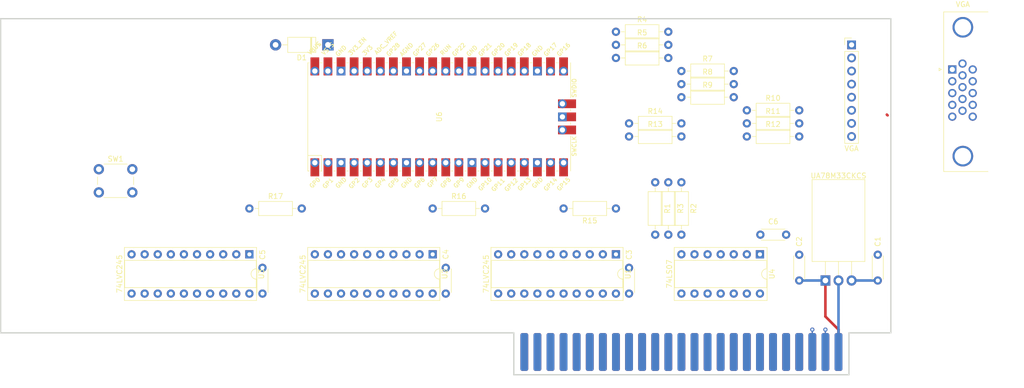
<source format=kicad_pcb>
(kicad_pcb (version 20211014) (generator pcbnew)
  (title_block (title "Apple II VGA Card") (date "2021-12-13") (rev "A") (comment 1 "Licensed under CERN-OHL-P V2.0 (https://ohwr.org/cern_ohl_p_v2.txt)") (comment 2 "Copyright (c) 2021-2022 Mark Aikens"))
  (layers (0 "F.Cu" signal) (31 "B.Cu" signal) (35 "F.Paste" user) (37 "F.SilkS" user "F.Silkscreen") (38 "B.Mask" user) (39 "F.Mask" user) (44 "Edge.Cuts" user))
  (net 0 "")
  (net 1 "+5V")
  (net 2 "GND")
  (net 3 "+3V3")
  (net 4 "~{DMAPASS}")
  (net 5 "~{INTPASS}")
  (net 6 "Net-(R2-Pad2)")
  (net 7 "/DA0")
  (net 8 "/DA1")
  (net 9 "/DA2")
  (net 10 "/DA3")
  (net 11 "/DA4")
  (net 12 "/DA5")
  (net 13 "/DA6")
  (net 14 "/DA7")
  (net 15 "Net-(U3-Pad1)")
  (net 16 "Net-(U6-Pad43)")
  (net 17 "Net-(U6-Pad41)")
  (net 18 "Net-(U6-Pad35)")
  (net 19 "Net-(U6-Pad36)")
  (net 20 "Net-(U6-Pad37)")
  (net 21 "Net-(U6-Pad40)")
  (net 22 "PHI0")
  (net 23 "R~{W}")
  (net 24 "VGA_VSYNC")
  (net 25 "VGA_HSYNC")
  (net 26 "VGA_B")
  (net 27 "VGA_G")
  (net 28 "VGA_R")
  (net 29 "Net-(R4-Pad1)")
  (net 30 "Net-(R5-Pad1)")
  (net 31 "Net-(R6-Pad1)")
  (net 32 "Net-(R7-Pad1)")
  (net 33 "Net-(R8-Pad1)")
  (net 34 "Net-(R9-Pad1)")
  (net 35 "Net-(R10-Pad1)")
  (net 36 "Net-(R11-Pad1)")
  (net 37 "Net-(R12-Pad1)")
  (net 38 "Net-(R13-Pad1)")
  (net 39 "RUN")
  (net 40 "Net-(D1-Pad1)")
  (net 41 "D0")
  (net 42 "D1")
  (net 43 "D2")
  (net 44 "D3")
  (net 45 "D4")
  (net 46 "D5")
  (net 47 "D6")
  (net 48 "D7")
  (net 49 "A15")
  (net 50 "A14")
  (net 51 "A13")
  (net 52 "A12")
  (net 53 "A11")
  (net 54 "A10")
  (net 55 "A9")
  (net 56 "A8")
  (net 57 "A7")
  (net 58 "A6")
  (net 59 "A5")
  (net 60 "A4")
  (net 61 "A3")
  (net 62 "A2")
  (net 63 "A1")
  (net 64 "A0")
  (net 65 "~{DEVSEL}")
  (net 66 "Net-(R14-Pad1)")
  (net 67 "Net-(R1-Pad2)")
  (net 68 "Net-(R3-Pad2)")
  (net 69 "Net-(R15-Pad2)")
  (net 70 "Net-(R16-Pad2)")
  (net 71 "Net-(R17-Pad2)")
  (footprint "AppleVGA:AppleIIBus_Edge" (layer "F.Cu") (at 179.07 123.19)
    (fp_text reference "J1")
    (fp_text value "AppleIIBus")
    (pad "1" smd roundrect locked (at -30.48 -0.1 180) (size 1.524 7.34) (layers "F.Cu" "F.Mask"))
    (pad "2" smd roundrect locked (at -27.94 -0.1 180) (size 1.524 7.34) (layers "F.Cu" "F.Mask") (net 64 "A0"))
    (pad "3" smd roundrect locked (at -25.4 -0.1 180) (size 1.524 7.34) (layers "F.Cu" "F.Mask") (net 63 "A1"))
    (pad "4" smd roundrect locked (at -22.86 -0.1 180) (size 1.524 7.34) (layers "F.Cu" "F.Mask") (net 62 "A2"))
    (pad "5" smd roundrect locked (at -20.32 -0.1 180) (size 1.524 7.34) (layers "F.Cu" "F.Mask") (net 61 "A3"))
    (pad "6" smd roundrect locked (at -17.78 -0.1 180) (size 1.524 7.34) (layers "F.Cu" "F.Mask") (net 60 "A4"))
    (pad "7" smd roundrect locked (at -15.24 -0.1 180) (size 1.524 7.34) (layers "F.Cu" "F.Mask") (net 59 "A5"))
    (pad "8" smd roundrect locked (at -12.7 -0.1 180) (size 1.524 7.34) (layers "F.Cu" "F.Mask") (net 58 "A6"))
    (pad "9" smd roundrect locked (at -10.16 -0.1 180) (size 1.524 7.34) (layers "F.Cu" "F.Mask") (net 57 "A7"))
    (pad "10" smd roundrect locked (at -7.62 -0.1 180) (size 1.524 7.34) (layers "F.Cu" "F.Mask") (net 56 "A8"))
    (pad "11" smd roundrect locked (at -5.08 -0.1 180) (size 1.524 7.34) (layers "F.Cu" "F.Mask") (net 55 "A9"))
    (pad "12" smd roundrect locked (at -2.54 -0.1 180) (size 1.524 7.34) (layers "F.Cu" "F.Mask") (net 54 "A10"))
    (pad "13" smd roundrect locked (at 0 -0.1 180) (size 1.524 7.34) (layers "F.Cu" "F.Mask") (net 53 "A11"))
    (pad "14" smd roundrect locked (at 2.54 -0.1 180) (size 1.524 7.34) (layers "F.Cu" "F.Mask") (net 52 "A12"))
    (pad "15" smd roundrect locked (at 5.08 -0.1 180) (size 1.524 7.34) (layers "F.Cu" "F.Mask") (net 51 "A13"))
    (pad "16" smd roundrect locked (at 7.62 -0.1 180) (size 1.524 7.34) (layers "F.Cu" "F.Mask") (net 50 "A14"))
    (pad "17" smd roundrect locked (at 10.16 -0.1 180) (size 1.524 7.34) (layers "F.Cu" "F.Mask") (net 49 "A15"))
    (pad "18" smd roundrect locked (at 12.7 -0.1 180) (size 1.524 7.34) (layers "F.Cu" "F.Mask") (net 23 "R~{W}"))
    (pad "19" smd roundrect locked (at 15.24 -0.1 180) (size 1.524 7.34) (layers "F.Cu" "F.Mask"))
    (pad "20" smd roundrect locked (at 17.78 -0.1 180) (size 1.524 7.34) (layers "F.Cu" "F.Mask"))
    (pad "21" smd roundrect locked (at 20.32 -0.1 180) (size 1.524 7.34) (layers "F.Cu" "F.Mask"))
    (pad "22" smd roundrect locked (at 22.86 -0.1 180) (size 1.524 7.34) (layers "F.Cu" "F.Mask"))
    (pad "23" smd roundrect locked (at 25.4 -0.1 180) (size 1.524 7.34) (layers "F.Cu" "F.Mask") (net 5 "~{INTPASS}"))
    (pad "24" smd roundrect locked (at 27.94 -0.1 180) (size 1.524 7.34) (layers "F.Cu" "F.Mask") (net 4 "~{DMAPASS}"))
    (pad "25" smd roundrect locked (at 30.48 -0.1 180) (size 1.524 7.34) (layers "F.Cu" "F.Mask") (net 1 "+5V"))
    (pad "26" smd roundrect locked (at 30.48 -0.1 180) (size 1.524 7.34) (layers "B.Cu" "B.Mask") (net 2 "GND"))
    (pad "27" smd roundrect locked (at 27.94 -0.1 180) (size 1.524 7.34) (layers "B.Cu" "B.Mask") (net 4 "~{DMAPASS}"))
    (pad "28" smd roundrect locked (at 25.4 -0.1 180) (size 1.524 7.34) (layers "B.Cu" "B.Mask") (net 5 "~{INTPASS}"))
    (pad "29" smd roundrect locked (at 22.86 -0.1 180) (size 1.524 7.34) (layers "B.Cu" "B.Mask"))
    (pad "30" smd roundrect locked (at 20.32 -0.1 180) (size 1.524 7.34) (layers "B.Cu" "B.Mask"))
    (pad "31" smd roundrect locked (at 17.78 -0.1 180) (size 1.524 7.34) (layers "B.Cu" "B.Mask"))
    (pad "32" smd roundrect locked (at 15.24 -0.1 180) (size 1.524 7.34) (layers "B.Cu" "B.Mask"))
    (pad "33" smd roundrect locked (at 12.7 -0.1 180) (size 1.524 7.34) (layers "B.Cu" "B.Mask"))
    (pad "34" smd roundrect locked (at 10.16 -0.1 180) (size 1.524 7.34) (layers "B.Cu" "B.Mask"))
    (pad "35" smd roundrect locked (at 7.62 -0.1 180) (size 1.524 7.34) (layers "B.Cu" "B.Mask"))
    (pad "36" smd roundrect locked (at 5.08 -0.1 180) (size 1.524 7.34) (layers "B.Cu" "B.Mask"))
    (pad "37" smd roundrect locked (at 2.54 -0.1 180) (size 1.524 7.34) (layers "B.Cu" "B.Mask"))
    (pad "38" smd roundrect locked (at 0 -0.1 180) (size 1.524 7.34) (layers "B.Cu" "B.Mask"))
    (pad "39" smd roundrect locked (at -2.54 -0.1 180) (size 1.524 7.34) (layers "B.Cu" "B.Mask"))
    (pad "40" smd roundrect locked (at -5.08 -0.1 180) (size 1.524 7.34) (layers "B.Cu" "B.Mask") (net 22 "PHI0"))
    (pad "41" smd roundrect locked (at -7.62 -0.1 180) (size 1.524 7.34) (layers "B.Cu" "B.Mask") (net 65 "~{DEVSEL}"))
    (pad "42" smd roundrect locked (at -10.16 -0.1 180) (size 1.524 7.34) (layers "B.Cu" "B.Mask") (net 48 "D7"))
    (pad "43" smd roundrect locked (at -12.7 -0.1 180) (size 1.524 7.34) (layers "B.Cu" "B.Mask") (net 47 "D6"))
    (pad "44" smd roundrect locked (at -15.24 -0.1 180) (size 1.524 7.34) (layers "B.Cu" "B.Mask") (net 46 "D5"))
    (pad "45" smd roundrect locked (at -17.78 -0.1 180) (size 1.524 7.34) (layers "B.Cu" "B.Mask") (net 45 "D4"))
    (pad "46" smd roundrect locked (at -20.32 -0.1 180) (size 1.524 7.34) (layers "B.Cu" "B.Mask") (net 44 "D3"))
    (pad "47" smd roundrect locked (at -22.86 -0.1 180) (size 1.524 7.34) (layers "B.Cu" "B.Mask") (net 43 "D2"))
    (pad "48" smd roundrect locked (at -25.4 -0.1 180) (size 1.524 7.34) (layers "B.Cu" "B.Mask") (net 42 "D1"))
    (pad "49" smd roundrect locked (at -27.94 -0.1 180) (size 1.524 7.34) (layers "B.Cu" "B.Mask") (net 41 "D0"))
    (pad "50" smd roundrect locked (at -30.48 -0.1 180) (size 1.524 7.34) (layers "B.Cu" "B.Mask"))
  )
  (footprint "Resistor_THT:R_Axial_DIN0207_L6.3mm_D2.5mm_P10.16mm_Horizontal" (layer "F.Cu") (at 179.07 90.17 -90)
    (fp_text reference "R2" (at 5.08 -2.37 90) (layer "F.SilkS"))
    (fp_text value "330")
    (pad "1" thru_hole circle locked (at 0 0 270) (size 1.6 1.6) (drill 0.8) (layers *.Cu *.Mask) (net 3 "+3V3"))
    (pad "2" thru_hole oval locked (at 10.16 0 270) (size 1.6 1.6) (drill 0.8) (layers *.Cu *.Mask) (net 6 "Net-(R2-Pad2)"))
  )
  (footprint "Resistor_THT:R_Axial_DIN0207_L6.3mm_D2.5mm_P10.16mm_Horizontal" (layer "F.Cu") (at 173.99 90.17 -90)
    (fp_text reference "R1" (at 5.08 -2.37 90) (layer "F.SilkS"))
    (fp_text value "330")
    (pad "1" thru_hole circle locked (at 0 0 270) (size 1.6 1.6) (drill 0.8) (layers *.Cu *.Mask) (net 3 "+3V3"))
    (pad "2" thru_hole oval locked (at 10.16 0 270) (size 1.6 1.6) (drill 0.8) (layers *.Cu *.Mask) (net 67 "Net-(R1-Pad2)"))
  )
  (footprint "Resistor_THT:R_Axial_DIN0207_L6.3mm_D2.5mm_P10.16mm_Horizontal" (layer "F.Cu") (at 166.37 66.04)
    (fp_text reference "R6" (at 5.08 -2.37) (layer "F.SilkS"))
    (fp_text value "2K")
    (pad "1" thru_hole circle locked (at 0 0) (size 1.6 1.6) (drill 0.8) (layers *.Cu *.Mask) (net 31 "Net-(R6-Pad1)"))
    (pad "2" thru_hole oval locked (at 10.16 0) (size 1.6 1.6) (drill 0.8) (layers *.Cu *.Mask) (net 28 "VGA_R"))
  )
  (footprint "Resistor_THT:R_Axial_DIN0207_L6.3mm_D2.5mm_P10.16mm_Horizontal" (layer "F.Cu") (at 179.07 68.58)
    (fp_text reference "R7" (at 5.08 -2.37) (layer "F.SilkS"))
    (fp_text value "500")
    (pad "1" thru_hole circle locked (at 0 0) (size 1.6 1.6) (drill 0.8) (layers *.Cu *.Mask) (net 32 "Net-(R7-Pad1)"))
    (pad "2" thru_hole oval locked (at 10.16 0) (size 1.6 1.6) (drill 0.8) (layers *.Cu *.Mask) (net 27 "VGA_G"))
  )
  (footprint "Resistor_THT:R_Axial_DIN0207_L6.3mm_D2.5mm_P10.16mm_Horizontal" (layer "F.Cu") (at 168.91 78.74)
    (fp_text reference "R14" (at 5.08 -2.37) (layer "F.SilkS"))
    (fp_text value "47")
    (pad "1" thru_hole circle locked (at 0 0) (size 1.6 1.6) (drill 0.8) (layers *.Cu *.Mask) (net 66 "Net-(R14-Pad1)"))
    (pad "2" thru_hole oval locked (at 10.16 0) (size 1.6 1.6) (drill 0.8) (layers *.Cu *.Mask) (net 24 "VGA_VSYNC"))
  )
  (footprint "Resistor_THT:R_Axial_DIN0207_L6.3mm_D2.5mm_P10.16mm_Horizontal" (layer "F.Cu") (at 168.91 81.28)
    (fp_text reference "R13" (at 5.08 -2.37) (layer "F.SilkS"))
    (fp_text value "47")
    (pad "1" thru_hole circle locked (at 0 0) (size 1.6 1.6) (drill 0.8) (layers *.Cu *.Mask) (net 38 "Net-(R13-Pad1)"))
    (pad "2" thru_hole oval locked (at 10.16 0) (size 1.6 1.6) (drill 0.8) (layers *.Cu *.Mask) (net 25 "VGA_HSYNC"))
  )
  (footprint "Capacitor_THT:C_Disc_D4.3mm_W1.9mm_P5.00mm" (layer "F.Cu") (at 201.93 104.22 -90)
    (fp_text reference "C2" (at -2.54 0 90) (layer "F.SilkS"))
    (fp_text value "0.33uF")
    (pad "1" thru_hole circle locked (at 0 0 270) (size 1.6 1.6) (drill 0.8) (layers *.Cu *.Mask) (net 2 "GND"))
    (pad "2" thru_hole circle locked (at 5 0 270) (size 1.6 1.6) (drill 0.8) (layers *.Cu *.Mask) (net 1 "+5V"))
  )
  (footprint "Capacitor_THT:C_Disc_D4.3mm_W1.9mm_P5.00mm" (layer "F.Cu") (at 199.39 100.33 180)
    (fp_text reference "C6" (at 2.5 2.54) (layer "F.SilkS"))
    (fp_text value "0.1uF")
    (pad "1" thru_hole circle locked (at 0 0 180) (size 1.6 1.6) (drill 0.8) (layers *.Cu *.Mask) (net 1 "+5V"))
    (pad "2" thru_hole circle locked (at 5 0 180) (size 1.6 1.6) (drill 0.8) (layers *.Cu *.Mask) (net 2 "GND"))
  )
  (footprint "Resistor_THT:R_Axial_DIN0207_L6.3mm_D2.5mm_P10.16mm_Horizontal" (layer "F.Cu") (at 191.77 78.74)
    (fp_text reference "R11" (at 5.08 -2.37) (layer "F.SilkS"))
    (fp_text value "1K")
    (pad "1" thru_hole circle locked (at 0 0) (size 1.6 1.6) (drill 0.8) (layers *.Cu *.Mask) (net 36 "Net-(R11-Pad1)"))
    (pad "2" thru_hole oval locked (at 10.16 0) (size 1.6 1.6) (drill 0.8) (layers *.Cu *.Mask) (net 26 "VGA_B"))
  )
  (footprint "Resistor_THT:R_Axial_DIN0207_L6.3mm_D2.5mm_P10.16mm_Horizontal" (layer "F.Cu") (at 191.77 81.28)
    (fp_text reference "R12" (at 5.08 -2.37) (layer "F.SilkS"))
    (fp_text value "2K")
    (pad "1" thru_hole circle locked (at 0 0) (size 1.6 1.6) (drill 0.8) (layers *.Cu *.Mask) (net 37 "Net-(R12-Pad1)"))
    (pad "2" thru_hole oval locked (at 10.16 0) (size 1.6 1.6) (drill 0.8) (layers *.Cu *.Mask) (net 26 "VGA_B"))
  )
  (footprint "Resistor_THT:R_Axial_DIN0207_L6.3mm_D2.5mm_P10.16mm_Horizontal" (layer "F.Cu") (at 191.77 76.2)
    (fp_text reference "R10" (at 5.08 -2.37) (layer "F.SilkS"))
    (fp_text value "500")
    (pad "1" thru_hole circle locked (at 0 0) (size 1.6 1.6) (drill 0.8) (layers *.Cu *.Mask) (net 35 "Net-(R10-Pad1)"))
    (pad "2" thru_hole oval locked (at 10.16 0) (size 1.6 1.6) (drill 0.8) (layers *.Cu *.Mask) (net 26 "VGA_B"))
  )
  (footprint "Resistor_THT:R_Axial_DIN0207_L6.3mm_D2.5mm_P10.16mm_Horizontal" (layer "F.Cu") (at 179.07 71.12)
    (fp_text reference "R8" (at 5.08 -2.37) (layer "F.SilkS"))
    (fp_text value "1K")
    (pad "1" thru_hole circle locked (at 0 0) (size 1.6 1.6) (drill 0.8) (layers *.Cu *.Mask) (net 33 "Net-(R8-Pad1)"))
    (pad "2" thru_hole oval locked (at 10.16 0) (size 1.6 1.6) (drill 0.8) (layers *.Cu *.Mask) (net 27 "VGA_G"))
  )
  (footprint "Resistor_THT:R_Axial_DIN0207_L6.3mm_D2.5mm_P10.16mm_Horizontal" (layer "F.Cu") (at 179.07 73.66)
    (fp_text reference "R9" (at 5.08 -2.37) (layer "F.SilkS"))
    (fp_text value "2K")
    (pad "1" thru_hole circle locked (at 0 0) (size 1.6 1.6) (drill 0.8) (layers *.Cu *.Mask) (net 34 "Net-(R9-Pad1)"))
    (pad "2" thru_hole oval locked (at 10.16 0) (size 1.6 1.6) (drill 0.8) (layers *.Cu *.Mask) (net 27 "VGA_G"))
  )
  (footprint "MCU_RaspberryPi_and_Boards:RPi_Pico_SMD_TH" (layer "F.Cu") (at 132.08 77.47 90)
    (fp_text reference "U6" (at 0 0 90) (layer "F.SilkS"))
    (fp_text value "Pico")
    (fp_text user "3V3_EN" (at 13.7 -15.875 225) (layer "F.SilkS") (effects (font (size 0.8 0.8))))
    (fp_text user "GP1" (at -12.9 -21.6 225) (layer "F.SilkS") (effects (font (size 0.8 0.8))))
    (fp_text user "GP12" (at -13.2 13.97 225) (layer "F.SilkS") (effects (font (size 0.8 0.8))))
    (fp_text user "GP16" (at 13.054 24.13 225) (layer "F.SilkS") (effects (font (size 0.8 0.8))))
    (fp_text user "GP21" (at 13.054 8.9 225) (layer "F.SilkS") (effects (font (size 0.8 0.8))))
    (fp_text user "GP18" (at 13.054 16.51 225) (layer "F.SilkS") (effects (font (size 0.8 0.8))))
    (fp_text user "GP22" (at 13.054 3.81 225) (layer "F.SilkS") (effects (font (size 0.8 0.8))))
    (fp_text user "GP14" (at -13.1 21.59 225) (layer "F.SilkS") (effects (font (size 0.8 0.8))))
    (fp_text user "GND" (at 12.8 19.05 225) (layer "F.SilkS") (effects (font (size 0.8 0.8))))
    (fp_text user "GND" (at -12.8 -6.35 225) (layer "F.SilkS") (effects (font (size 0.8 0.8))))
    (fp_text user "GP26" (at 13.054 -1.27 225) (layer "F.SilkS") (effects (font (size 0.8 0.8))))
    (fp_text user "GP7" (at -12.7 -1.3 225) (layer "F.SilkS") (effects (font (size 0.8 0.8))))
    (fp_text user "GND" (at 12.8 6.35 225) (layer "F.SilkS") (effects (font (size 0.8 0.8))))
    (fp_text user "GP3" (at -12.8 -13.97 225) (layer "F.SilkS") (effects (font (size 0.8 0.8))))
    (fp_text user "GP11" (at -13.2 11.43 225) (layer "F.SilkS") (effects (font (size 0.8 0.8))))
    (fp_text user "GP17" (at 13.054 21.59 225) (layer "F.SilkS") (effects (font (size 0.8 0.8))))
    (fp_text user "GND" (at -12.8 19.05 225) (layer "F.SilkS") (effects (font (size 0.8 0.8))))
    (fp_text user "GP19" (at 13.054 13.97 225) (layer "F.SilkS") (effects (font (size 0.8 0.8))))
    (fp_text user "GP13" (at -13.054 16.51 225) (layer "F.SilkS") (effects (font (size 0.8 0.8))))
    (fp_text user "GND" (at -12.8 6.35 225) (layer "F.SilkS") (effects (font (size 0.8 0.8))))
    (fp_text user "GP20" (at 13.054 11.43 225) (layer "F.SilkS") (effects (font (size 0.8 0.8))))
    (fp_text user "GP27" (at 13.054 -3.8 225) (layer "F.SilkS") (effects (font (size 0.8 0.8))))
    (fp_text user "GP10" (at -13.054 8.89 225) (layer "F.SilkS") (effects (font (size 0.8 0.8))))
    (fp_text user "GP0" (at -12.8 -24.13 225) (layer "F.SilkS") (effects (font (size 0.8 0.8))))
    (fp_text user "GP9" (at -12.8 3.81 225) (layer "F.SilkS") (effects (font (size 0.8 0.8))))
    (fp_text user "VSYS" (at 13.2 -21.59 225) (layer "F.SilkS") (effects (font (size 0.8 0.8))))
    (fp_text user "GP28" (at 13.054 -8.94 225) (layer "F.SilkS") (effects (font (size 0.8 0.8))))
    (fp_text user "AGND" (at 13.054 -6.35 225) (layer "F.SilkS") (effects (font (size 0.8 0.8))))
    (fp_text user "GND" (at -12.8 -19.05 225) (layer "F.SilkS") (effects (font (size 0.8 0.8))))
    (fp_text user "GP15" (at -13.054 24.13 225) (layer "F.SilkS") (effects (font (size 0.8 0.8))))
    (fp_text user "GP5" (at -12.8 -8.89 225) (layer "F.SilkS") (effects (font (size 0.8 0.8))))
    (fp_text user "RUN" (at 13 1.27 225) (layer "F.SilkS") (effects (font (size 0.8 0.8))))
    (fp_text user "VBUS" (at 13.3 -24.2 225) (layer "F.SilkS") (effects (font (size 0.8 0.8))))
    (fp_text user "GP8" (at -12.8 1.27 225) (layer "F.SilkS") (effects (font (size 0.8 0.8))))
    (fp_text user "GP4" (at -12.8 -11.43 225) (layer "F.SilkS") (effects (font (size 0.8 0.8))))
    (fp_text user "GND" (at 12.8 -19.05 225) (layer "F.SilkS") (effects (font (size 0.8 0.8))))
    (fp_text user "GP2" (at -12.9 -16.51 225) (layer "F.SilkS") (effects (font (size 0.8 0.8))))
    (fp_text user "3V3" (at 12.9 -13.9 225) (layer "F.SilkS") (effects (font (size 0.8 0.8))))
    (fp_text user "SWDIO" (at 5.6 26.2 90) (layer "F.SilkS") (effects (font (size 0.8 0.8))))
    (fp_text user "GP6" (at -12.8 -3.81 225) (layer "F.SilkS") (effects (font (size 0.8 0.8))))
    (fp_text user "SWCLK" (at -5.7 26.2 90) (layer "F.SilkS") (effects (font (size 0.8 0.8))))
    (fp_text user "ADC_VREF" (at 14.33 -10.32 225) (layer "F.SilkS") (effects (font (size 0.8 0.8))))
    (pad "" np_thru_hole oval locked (at 2.725 -24 90) (size 1.8 1.8) (drill 1.8) (layers *.Cu *.Mask))
    (pad "" np_thru_hole oval locked (at -2.425 -20.97 90) (size 1.5 1.5) (drill 1.5) (layers *.Cu *.Mask))
    (pad "" np_thru_hole oval locked (at -2.725 -24 90) (size 1.8 1.8) (drill 1.8) (layers *.Cu *.Mask))
    (pad "" np_thru_hole oval locked (at 2.425 -20.97 90) (size 1.5 1.5) (drill 1.5) (layers *.Cu *.Mask))
    (pad "1" smd rect locked (at -8.89 -24.13 90) (size 3.5 1.7) (drill (offset -0.9 0)) (layers "F.Cu" "F.Mask") (net 7 "/DA0"))
    (pad "1" thru_hole oval locked (at -8.89 -24.13 90) (size 1.7 1.7) (drill 1.02) (layers *.Cu *.Mask) (net 7 "/DA0"))
    (pad "2" smd rect locked (at -8.89 -21.59 90) (size 3.5 1.7) (drill (offset -0.9 0)) (layers "F.Cu" "F.Mask") (net 8 "/DA1"))
    (pad "2" thru_hole oval locked (at -8.89 -21.59 90) (size 1.7 1.7) (drill 1.02) (layers *.Cu *.Mask) (net 8 "/DA1"))
    (pad "3" smd rect locked (at -8.89 -19.05 90) (size 3.5 1.7) (drill (offset -0.9 0)) (layers "F.Cu" "F.Mask") (net 2 "GND"))
    (pad "3" thru_hole rect locked (at -8.89 -19.05 90) (size 1.7 1.7) (drill 1.02) (layers *.Cu *.Mask) (net 2 "GND"))
    (pad "4" smd rect locked (at -8.89 -16.51 90) (size 3.5 1.7) (drill (offset -0.9 0)) (layers "F.Cu" "F.Mask") (net 9 "/DA2"))
    (pad "4" thru_hole oval locked (at -8.89 -16.51 90) (size 1.7 1.7) (drill 1.02) (layers *.Cu *.Mask) (net 9 "/DA2"))
    (pad "5" smd rect locked (at -8.89 -13.97 90) (size 3.5 1.7) (drill (offset -0.9 0)) (layers "F.Cu" "F.Mask") (net 10 "/DA3"))
    (pad "5" thru_hole oval locked (at -8.89 -13.97 90) (size 1.7 1.7) (drill 1.02) (layers *.Cu *.Mask) (net 10 "/DA3"))
    (pad "6" thru_hole oval locked (at -8.89 -11.43 90) (size 1.7 1.7) (drill 1.02) (layers *.Cu *.Mask) (net 11 "/DA4"))
    (pad "6" smd rect locked (at -8.89 -11.43 90) (size 3.5 1.7) (drill (offset -0.9 0)) (layers "F.Cu" "F.Mask") (net 11 "/DA4"))
    (pad "7" smd rect locked (at -8.89 -8.89 90) (size 3.5 1.7) (drill (offset -0.9 0)) (layers "F.Cu" "F.Mask") (net 12 "/DA5"))
    (pad "7" thru_hole oval locked (at -8.89 -8.89 90) (size 1.7 1.7) (drill 1.02) (layers *.Cu *.Mask) (net 12 "/DA5"))
    (pad "8" thru_hole rect locked (at -8.89 -6.35 90) (size 1.7 1.7) (drill 1.02) (layers *.Cu *.Mask) (net 2 "GND"))
    (pad "8" smd rect locked (at -8.89 -6.35 90) (size 3.5 1.7) (drill (offset -0.9 0)) (layers "F.Cu" "F.Mask") (net 2 "GND"))
    (pad "9" smd rect locked (at -8.89 -3.81 90) (size 3.5 1.7) (drill (offset -0.9 0)) (layers "F.Cu" "F.Mask") (net 13 "/DA6"))
    (pad "9" thru_hole oval locked (at -8.89 -3.81 90) (size 1.7 1.7) (drill 1.02) (layers *.Cu *.Mask) (net 13 "/DA6"))
    (pad "10" thru_hole oval locked (at -8.89 -1.27 90) (size 1.7 1.7) (drill 1.02) (layers *.Cu *.Mask) (net 14 "/DA7"))
    (pad "10" smd rect locked (at -8.89 -1.27 90) (size 3.5 1.7) (drill (offset -0.9 0)) (layers "F.Cu" "F.Mask") (net 14 "/DA7"))
    (pad "11" thru_hole oval locked (at -8.89 1.27 90) (size 1.7 1.7) (drill 1.02) (layers *.Cu *.Mask) (net 67 "Net-(R1-Pad2)"))
    (pad "11" smd rect locked (at -8.89 1.27 90) (size 3.5 1.7) (drill (offset -0.9 0)) (layers "F.Cu" "F.Mask") (net 67 "Net-(R1-Pad2)"))
    (pad "12" smd rect locked (at -8.89 3.81 90) (size 3.5 1.7) (drill (offset -0.9 0)) (layers "F.Cu" "F.Mask") (net 6 "Net-(R2-Pad2)"))
    (pad "12" thru_hole oval locked (at -8.89 3.81 90) (size 1.7 1.7) (drill 1.02) (layers *.Cu *.Mask) (net 6 "Net-(R2-Pad2)"))
    (pad "13" thru_hole rect locked (at -8.89 6.35 90) (size 1.7 1.7) (drill 1.02) (layers *.Cu *.Mask) (net 2 "GND"))
    (pad "13" smd rect locked (at -8.89 6.35 90) (size 3.5 1.7) (drill (offset -0.9 0)) (layers "F.Cu" "F.Mask") (net 2 "GND"))
    (pad "14" thru_hole oval locked (at -8.89 8.89 90) (size 1.7 1.7) (drill 1.02) (layers *.Cu *.Mask) (net 15 "Net-(U3-Pad1)"))
    (pad "14" smd rect locked (at -8.89 8.89 90) (size 3.5 1.7) (drill (offset -0.9 0)) (layers "F.Cu" "F.Mask") (net 15 "Net-(U3-Pad1)"))
    (pad "15" smd rect locked (at -8.89 11.43 90) (size 3.5 1.7) (drill (offset -0.9 0)) (layers "F.Cu" "F.Mask") (net 71 "Net-(R17-Pad2)"))
    (pad "15" thru_hole oval locked (at -8.89 11.43 90) (size 1.7 1.7) (drill 1.02) (layers *.Cu *.Mask) (net 71 "Net-(R17-Pad2)"))
    (pad "16" smd rect locked (at -8.89 13.97 90) (size 3.5 1.7) (drill (offset -0.9 0)) (layers "F.Cu" "F.Mask") (net 70 "Net-(R16-Pad2)"))
    (pad "16" thru_hole oval locked (at -8.89 13.97 90) (size 1.7 1.7) (drill 1.02) (layers *.Cu *.Mask) (net 70 "Net-(R16-Pad2)"))
    (pad "17" thru_hole oval locked (at -8.89 16.51 90) (size 1.7 1.7) (drill 1.02) (layers *.Cu *.Mask) (net 69 "Net-(R15-Pad2)"))
    (pad "17" smd rect locked (at -8.89 16.51 90) (size 3.5 1.7) (drill (offset -0.9 0)) (layers "F.Cu" "F.Mask") (net 69 "Net-(R15-Pad2)"))
    (pad "18" smd rect locked (at -8.89 19.05 90) (size 3.5 1.7) (drill (offset -0.9 0)) (layers "F.Cu" "F.Mask") (net 2 "GND"))
    (pad "18" thru_hole rect locked (at -8.89 19.05 90) (size 1.7 1.7) (drill 1.02) (layers *.Cu *.Mask) (net 2 "GND"))
    (pad "19" smd rect locked (at -8.89 21.59 90) (size 3.5 1.7) (drill (offset -0.9 0)) (layers "F.Cu" "F.Mask") (net 37 "Net-(R12-Pad1)"))
    (pad "19" thru_hole oval locked (at -8.89 21.59 90) (size 1.7 1.7) (drill 1.02) (layers *.Cu *.Mask) (net 37 "Net-(R12-Pad1)"))
    (pad "20" thru_hole oval locked (at -8.89 24.13 90) (size 1.7 1.7) (drill 1.02) (layers *.Cu *.Mask) (net 36 "Net-(R11-Pad1)"))
    (pad "20" smd rect locked (at -8.89 24.13 90) (size 3.5 1.7) (drill (offset -0.9 0)) (layers "F.Cu" "F.Mask") (net 36 "Net-(R11-Pad1)"))
    (pad "21" smd rect locked (at 8.89 24.13 90) (size 3.5 1.7) (drill (offset 0.9 0)) (layers "F.Cu" "F.Mask") (net 35 "Net-(R10-Pad1)"))
    (pad "21" thru_hole oval locked (at 8.89 24.13 90) (size 1.7 1.7) (drill 1.02) (layers *.Cu *.Mask) (net 35 "Net-(R10-Pad1)"))
    (pad "22" thru_hole oval locked (at 8.89 21.59 90) (size 1.7 1.7) (drill 1.02) (layers *.Cu *.Mask) (net 34 "Net-(R9-Pad1)"))
    (pad "22" smd rect locked (at 8.89 21.59 90) (size 3.5 1.7) (drill (offset 0.9 0)) (layers "F.Cu" "F.Mask") (net 34 "Net-(R9-Pad1)"))
    (pad "23" thru_hole rect locked (at 8.89 19.05 90) (size 1.7 1.7) (drill 1.02) (layers *.Cu *.Mask) (net 2 "GND"))
    (pad "23" smd rect locked (at 8.89 19.05 90) (size 3.5 1.7) (drill (offset 0.9 0)) (layers "F.Cu" "F.Mask") (net 2 "GND"))
    (pad "24" thru_hole oval locked (at 8.89 16.51 90) (size 1.7 1.7) (drill 1.02) (layers *.Cu *.Mask) (net 33 "Net-(R8-Pad1)"))
    (pad "24" smd rect locked (at 8.89 16.51 90) (size 3.5 1.7) (drill (offset 0.9 0)) (layers "F.Cu" "F.Mask") (net 33 "Net-(R8-Pad1)"))
    (pad "25" thru_hole oval locked (at 8.89 13.97 90) (size 1.7 1.7) (drill 1.02) (layers *.Cu *.Mask) (net 32 "Net-(R7-Pad1)"))
    (pad "25" smd rect locked (at 8.89 13.97 90) (size 3.5 1.7) (drill (offset 0.9 0)) (layers "F.Cu" "F.Mask") (net 32 "Net-(R7-Pad1)"))
    (pad "26" thru_hole oval locked (at 8.89 11.43 90) (size 1.7 1.7) (drill 1.02) (layers *.Cu *.Mask) (net 31 "Net-(R6-Pad1)"))
    (pad "26" smd rect locked (at 8.89 11.43 90) (size 3.5 1.7) (drill (offset 0.9 0)) (layers "F.Cu" "F.Mask") (net 31 "Net-(R6-Pad1)"))
    (pad "27" thru_hole oval locked (at 8.89 8.89 90) (size 1.7 1.7) (drill 1.02) (layers *.Cu *.Mask) (net 30 "Net-(R5-Pad1)"))
    (pad "27" smd rect locked (at 8.89 8.89 90) (size 3.5 1.7) (drill (offset 0.9 0)) (layers "F.Cu" "F.Mask") (net 30 "Net-(R5-Pad1)"))
    (pad "28" smd rect locked (at 8.89 6.35 90) (size 3.5 1.7) (drill (offset 0.9 0)) (layers "F.Cu" "F.Mask") (net 2 "GND"))
    (pad "28" thru_hole rect locked (at 8.89 6.35 90) (size 1.7 1.7) (drill 1.02) (layers *.Cu *.Mask) (net 2 "GND"))
    (pad "29" smd rect locked (at 8.89 3.81 90) (size 3.5 1.7) (drill (offset 0.9 0)) (layers "F.Cu" "F.Mask") (net 29 "Net-(R4-Pad1)"))
    (pad "29" thru_hole oval locked (at 8.89 3.81 90) (size 1.7 1.7) (drill 1.02) (layers *.Cu *.Mask) (net 29 "Net-(R4-Pad1)"))
    (pad "30" smd rect locked (at 8.89 1.27 90) (size 3.5 1.7) (drill (offset 0.9 0)) (layers "F.Cu" "F.Mask") (net 39 "RUN"))
    (pad "30" thru_hole oval locked (at 8.89 1.27 90) (size 1.7 1.7) (drill 1.02) (layers *.Cu *.Mask) (net 39 "RUN"))
    (pad "31" smd rect locked (at 8.89 -1.27 90) (size 3.5 1.7) (drill (offset 0.9 0)) (layers "F.Cu" "F.Mask") (net 68 "Net-(R3-Pad2)"))
    (pad "31" thru_hole oval locked (at 8.89 -1.27 90) (size 1.7 1.7) (drill 1.02) (layers *.Cu *.Mask) (net 68 "Net-(R3-Pad2)"))
    (pad "32" smd rect locked (at 8.89 -3.81 90) (size 3.5 1.7) (drill (offset 0.9 0)) (layers "F.Cu" "F.Mask") (net 66 "Net-(R14-Pad1)"))
    (pad "32" thru_hole oval locked (at 8.89 -3.81 90) (size 1.7 1.7) (drill 1.02) (layers *.Cu *.Mask) (net 66 "Net-(R14-Pad1)"))
    (pad "33" smd rect locked (at 8.89 -6.35 90) (size 3.5 1.7) (drill (offset 0.9 0)) (layers "F.Cu" "F.Mask") (net 2 "GND"))
    (pad "33" thru_hole rect locked (at 8.89 -6.35 90) (size 1.7 1.7) (drill 1.02) (layers *.Cu *.Mask) (net 2 "GND"))
    (pad "34" smd rect locked (at 8.89 -8.89 90) (size 3.5 1.7) (drill (offset 0.9 0)) (layers "F.Cu" "F.Mask") (net 38 "Net-(R13-Pad1)"))
    (pad "34" thru_hole oval locked (at 8.89 -8.89 90) (size 1.7 1.7) (drill 1.02) (layers *.Cu *.Mask) (net 38 "Net-(R13-Pad1)"))
    (pad "35" thru_hole oval locked (at 8.89 -11.43 90) (size 1.7 1.7) (drill 1.02) (layers *.Cu *.Mask) (net 18 "Net-(U6-Pad35)"))
    (pad "35" smd rect locked (at 8.89 -11.43 90) (size 3.5 1.7) (drill (offset 0.9 0)) (layers "F.Cu" "F.Mask") (net 18 "Net-(U6-Pad35)"))
    (pad "36" thru_hole oval locked (at 8.89 -13.97 90) (size 1.7 1.7) (drill 1.02) (layers *.Cu *.Mask) (net 19 "Net-(U6-Pad36)"))
    (pad "36" smd rect locked (at 8.89 -13.97 90) (size 3.5 1.7) (drill (offset 0.9 0)) (layers "F.Cu" "F.Mask") (net 19 "Net-(U6-Pad36)"))
    (pad "37" thru_hole oval locked (at 8.89 -16.51 90) (size 1.7 1.7) (drill 1.02) (layers *.Cu *.Mask) (net 20 "Net-(U6-Pad37)"))
    (pad "37" smd rect locked (at 8.89 -16.51 90) (size 3.5 1.7) (drill (offset 0.9 0)) (layers "F.Cu" "F.Mask") (net 20 "Net-(U6-Pad37)"))
    (pad "38" thru_hole rect locked (at 8.89 -19.05 90) (size 1.7 1.7) (drill 1.02) (layers *.Cu *.Mask) (net 2 "GND"))
    (pad "38" smd rect locked (at 8.89 -19.05 90) (size 3.5 1.7) (drill (offset 0.9 0)) (layers "F.Cu" "F.Mask") (net 2 "GND"))
    (pad "39" smd rect locked (at 8.89 -21.59 90) (size 3.5 1.7) (drill (offset 0.9 0)) (layers "F.Cu" "F.Mask") (net 40 "Net-(D1-Pad1)"))
    (pad "39" thru_hole oval locked (at 8.89 -21.59 90) (size 1.7 1.7) (drill 1.02) (layers *.Cu *.Mask) (net 40 "Net-(D1-Pad1)"))
    (pad "40" thru_hole oval locked (at 8.89 -24.13 90) (size 1.7 1.7) (drill 1.02) (layers *.Cu *.Mask) (net 21 "Net-(U6-Pad40)"))
    (pad "40" smd rect locked (at 8.89 -24.13 90) (size 3.5 1.7) (drill (offset 0.9 0)) (layers "F.Cu" "F.Mask") (net 21 "Net-(U6-Pad40)"))
    (pad "41" thru_hole oval locked (at -2.54 23.9 90) (size 1.7 1.7) (drill 1.02) (layers *.Cu *.Mask) (net 17 "Net-(U6-Pad41)"))
    (pad "41" smd rect locked (at -2.54 23.9 180) (size 3.5 1.7) (drill (offset -0.9 0)) (layers "F.Cu" "F.Mask") (net 17 "Net-(U6-Pad41)"))
    (pad "42" smd rect locked (at 0 23.9 180) (size 3.5 1.7) (drill (offset -0.9 0)) (layers "F.Cu" "F.Mask") (net 2 "GND"))
    (pad "42" thru_hole rect locked (at 0 23.9 90) (size 1.7 1.7) (drill 1.02) (layers *.Cu *.Mask) (net 2 "GND"))
    (pad "43" smd rect locked (at 2.54 23.9 180) (size 3.5 1.7) (drill (offset -0.9 0)) (layers "F.Cu" "F.Mask") (net 16 "Net-(U6-Pad43)"))
    (pad "43" thru_hole oval locked (at 2.54 23.9 90) (size 1.7 1.7) (drill 1.02) (layers *.Cu *.Mask) (net 16 "Net-(U6-Pad43)"))
  )
  (footprint "Diode_THT:D_DO-41_SOD81_P10.16mm_Horizontal" (layer "F.Cu") (at 110.49 63.5 180)
    (fp_text reference "D1" (at 5.08 -2.47) (layer "F.SilkS"))
    (fp_text value "D_Schottky")
    (pad "1" thru_hole rect locked (at 0 0 180) (size 2.2 2.2) (drill 1.1) (layers *.Cu *.Mask) (net 40 "Net-(D1-Pad1)"))
    (pad "2" thru_hole oval locked (at 10.16 0 180) (size 2.2 2.2) (drill 1.1) (layers *.Cu *.Mask) (net 3 "+3V3"))
  )
  (footprint "Resistor_THT:R_Axial_DIN0207_L6.3mm_D2.5mm_P10.16mm_Horizontal" (layer "F.Cu") (at 176.53 90.17 -90)
    (fp_text reference "R3" (at 5.08 -2.37 90) (layer "F.SilkS"))
    (fp_text value "330")
    (pad "1" thru_hole circle locked (at 0 0 270) (size 1.6 1.6) (drill 0.8) (layers *.Cu *.Mask) (net 3 "+3V3"))
    (pad "2" thru_hole oval locked (at 10.16 0 270) (size 1.6 1.6) (drill 0.8) (layers *.Cu *.Mask) (net 68 "Net-(R3-Pad2)"))
  )
  (footprint "Resistor_THT:R_Axial_DIN0207_L6.3mm_D2.5mm_P10.16mm_Horizontal" (layer "F.Cu") (at 166.37 95.25 180)
    (fp_text reference "R15" (at 5.08 -2.37) (layer "F.SilkS"))
    (fp_text value "10K")
    (pad "1" thru_hole circle locked (at 0 0 180) (size 1.6 1.6) (drill 0.8) (layers *.Cu *.Mask) (net 3 "+3V3"))
    (pad "2" thru_hole oval locked (at 10.16 0 180) (size 1.6 1.6) (drill 0.8) (layers *.Cu *.Mask) (net 69 "Net-(R15-Pad2)"))
  )
  (footprint "Resistor_THT:R_Axial_DIN0207_L6.3mm_D2.5mm_P10.16mm_Horizontal" (layer "F.Cu") (at 130.81 95.25)
    (fp_text reference "R16" (at 5.08 -2.37) (layer "F.SilkS"))
    (fp_text value "10K")
    (pad "1" thru_hole circle locked (at 0 0) (size 1.6 1.6) (drill 0.8) (layers *.Cu *.Mask) (net 3 "+3V3"))
    (pad "2" thru_hole oval locked (at 10.16 0) (size 1.6 1.6) (drill 0.8) (layers *.Cu *.Mask) (net 70 "Net-(R16-Pad2)"))
  )
  (footprint "Button_Switch_THT:SW_PUSH_6mm_H5mm" (layer "F.Cu") (at 66.04 87.63)
    (fp_text reference "SW1" (at 3.25 -2) (layer "F.SilkS"))
    (fp_text value "SW_Push")
    (pad "1" thru_hole circle locked (at 6.5 0 90) (size 2 2) (drill 1.1) (layers *.Cu *.Mask) (net 39 "RUN"))
    (pad "1" thru_hole circle locked (at 0 0 90) (size 2 2) (drill 1.1) (layers *.Cu *.Mask) (net 39 "RUN"))
    (pad "2" thru_hole circle locked (at 0 4.5 90) (size 2 2) (drill 1.1) (layers *.Cu *.Mask) (net 2 "GND"))
    (pad "2" thru_hole circle locked (at 6.5 4.5 90) (size 2 2) (drill 1.1) (layers *.Cu *.Mask) (net 2 "GND"))
  )
  (footprint "Package_DIP:DIP-20_W7.62mm_Socket" (layer "F.Cu") (at 166.37 104.14 -90)
    (fp_text reference "U1" (at 3.81 -2.33 90) (layer "F.SilkS"))
    (fp_text value "74LVC245" (at 3.81 25.19 90) (layer "F.SilkS"))
    (pad "1" thru_hole rect locked (at 0 0 270) (size 1.6 1.6) (drill 0.8) (layers *.Cu *.Mask) (net 2 "GND"))
    (pad "2" thru_hole oval locked (at 0 2.54 270) (size 1.6 1.6) (drill 0.8) (layers *.Cu *.Mask) (net 14 "/DA7"))
    (pad "3" thru_hole oval locked (at 0 5.08 270) (size 1.6 1.6) (drill 0.8) (layers *.Cu *.Mask) (net 13 "/DA6"))
    (pad "4" thru_hole oval locked (at 0 7.62 270) (size 1.6 1.6) (drill 0.8) (layers *.Cu *.Mask) (net 12 "/DA5"))
    (pad "5" thru_hole oval locked (at 0 10.16 270) (size 1.6 1.6) (drill 0.8) (layers *.Cu *.Mask) (net 11 "/DA4"))
    (pad "6" thru_hole oval locked (at 0 12.7 270) (size 1.6 1.6) (drill 0.8) (layers *.Cu *.Mask) (net 10 "/DA3"))
    (pad "7" thru_hole oval locked (at 0 15.24 270) (size 1.6 1.6) (drill 0.8) (layers *.Cu *.Mask) (net 9 "/DA2"))
    (pad "8" thru_hole oval locked (at 0 17.78 270) (size 1.6 1.6) (drill 0.8) (layers *.Cu *.Mask) (net 8 "/DA1"))
    (pad "9" thru_hole oval locked (at 0 20.32 270) (size 1.6 1.6) (drill 0.8) (layers *.Cu *.Mask) (net 7 "/DA0"))
    (pad "10" thru_hole oval locked (at 0 22.86 270) (size 1.6 1.6) (drill 0.8) (layers *.Cu *.Mask) (net 2 "GND"))
    (pad "11" thru_hole oval locked (at 7.62 22.86 270) (size 1.6 1.6) (drill 0.8) (layers *.Cu *.Mask) (net 56 "A8"))
    (pad "12" thru_hole oval locked (at 7.62 20.32 270) (size 1.6 1.6) (drill 0.8) (layers *.Cu *.Mask) (net 55 "A9"))
    (pad "13" thru_hole oval locked (at 7.62 17.78 270) (size 1.6 1.6) (drill 0.8) (layers *.Cu *.Mask) (net 54 "A10"))
    (pad "14" thru_hole oval locked (at 7.62 15.24 270) (size 1.6 1.6) (drill 0.8) (layers *.Cu *.Mask) (net 53 "A11"))
    (pad "15" thru_hole oval locked (at 7.62 12.7 270) (size 1.6 1.6) (drill 0.8) (layers *.Cu *.Mask) (net 52 "A12"))
    (pad "16" thru_hole oval locked (at 7.62 10.16 270) (size 1.6 1.6) (drill 0.8) (layers *.Cu *.Mask) (net 51 "A13"))
    (pad "17" thru_hole oval locked (at 7.62 7.62 270) (size 1.6 1.6) (drill 0.8) (layers *.Cu *.Mask) (net 50 "A14"))
    (pad "18" thru_hole oval locked (at 7.62 5.08 270) (size 1.6 1.6) (drill 0.8) (layers *.Cu *.Mask) (net 49 "A15"))
    (pad "19" thru_hole oval locked (at 7.62 2.54 270) (size 1.6 1.6) (drill 0.8) (layers *.Cu *.Mask) (net 69 "Net-(R15-Pad2)"))
    (pad "20" thru_hole oval locked (at 7.62 0 270) (size 1.6 1.6) (drill 0.8) (layers *.Cu *.Mask) (net 3 "+3V3"))
  )
  (footprint "Package_DIP:DIP-20_W7.62mm_Socket" (layer "F.Cu") (at 95.25 104.14 -90)
    (fp_text reference "U3" (at 3.81 -2.33 90) (layer "F.SilkS"))
    (fp_text value "74LVC245" (at 3.81 25.19 90) (layer "F.SilkS"))
    (pad "1" thru_hole rect locked (at 0 0 270) (size 1.6 1.6) (drill 0.8) (layers *.Cu *.Mask) (net 15 "Net-(U3-Pad1)"))
    (pad "2" thru_hole oval locked (at 0 2.54 270) (size 1.6 1.6) (drill 0.8) (layers *.Cu *.Mask) (net 14 "/DA7"))
    (pad "3" thru_hole oval locked (at 0 5.08 270) (size 1.6 1.6) (drill 0.8) (layers *.Cu *.Mask) (net 13 "/DA6"))
    (pad "4" thru_hole oval locked (at 0 7.62 270) (size 1.6 1.6) (drill 0.8) (layers *.Cu *.Mask) (net 12 "/DA5"))
    (pad "5" thru_hole oval locked (at 0 10.16 270) (size 1.6 1.6) (drill 0.8) (layers *.Cu *.Mask) (net 11 "/DA4"))
    (pad "6" thru_hole oval locked (at 0 12.7 270) (size 1.6 1.6) (drill 0.8) (layers *.Cu *.Mask) (net 10 "/DA3"))
    (pad "7" thru_hole oval locked (at 0 15.24 270) (size 1.6 1.6) (drill 0.8) (layers *.Cu *.Mask) (net 9 "/DA2"))
    (pad "8" thru_hole oval locked (at 0 17.78 270) (size 1.6 1.6) (drill 0.8) (layers *.Cu *.Mask) (net 8 "/DA1"))
    (pad "9" thru_hole oval locked (at 0 20.32 270) (size 1.6 1.6) (drill 0.8) (layers *.Cu *.Mask) (net 7 "/DA0"))
    (pad "10" thru_hole oval locked (at 0 22.86 270) (size 1.6 1.6) (drill 0.8) (layers *.Cu *.Mask) (net 2 "GND"))
    (pad "11" thru_hole oval locked (at 7.62 22.86 270) (size 1.6 1.6) (drill 0.8) (layers *.Cu *.Mask) (net 41 "D0"))
    (pad "12" thru_hole oval locked (at 7.62 20.32 270) (size 1.6 1.6) (drill 0.8) (layers *.Cu *.Mask) (net 42 "D1"))
    (pad "13" thru_hole oval locked (at 7.62 17.78 270) (size 1.6 1.6) (drill 0.8) (layers *.Cu *.Mask) (net 43 "D2"))
    (pad "14" thru_hole oval locked (at 7.62 15.24 270) (size 1.6 1.6) (drill 0.8) (layers *.Cu *.Mask) (net 44 "D3"))
    (pad "15" thru_hole oval locked (at 7.62 12.7 270) (size 1.6 1.6) (drill 0.8) (layers *.Cu *.Mask) (net 45 "D4"))
    (pad "16" thru_hole oval locked (at 7.62 10.16 270) (size 1.6 1.6) (drill 0.8) (layers *.Cu *.Mask) (net 46 "D5"))
    (pad "17" thru_hole oval locked (at 7.62 7.62 270) (size 1.6 1.6) (drill 0.8) (layers *.Cu *.Mask) (net 47 "D6"))
    (pad "18" thru_hole oval locked (at 7.62 5.08 270) (size 1.6 1.6) (drill 0.8) (layers *.Cu *.Mask) (net 48 "D7"))
    (pad "19" thru_hole oval locked (at 7.62 2.54 270) (size 1.6 1.6) (drill 0.8) (layers *.Cu *.Mask) (net 71 "Net-(R17-Pad2)"))
    (pad "20" thru_hole oval locked (at 7.62 0 270) (size 1.6 1.6) (drill 0.8) (layers *.Cu *.Mask) (net 3 "+3V3"))
  )
  (footprint "Package_DIP:DIP-20_W7.62mm_Socket" (layer "F.Cu") (at 130.81 104.14 -90)
    (fp_text reference "U2" (at 3.81 -2.33 90) (layer "F.SilkS"))
    (fp_text value "74LVC245" (at 3.81 25.19 90) (layer "F.SilkS"))
    (pad "1" thru_hole rect locked (at 0 0 270) (size 1.6 1.6) (drill 0.8) (layers *.Cu *.Mask) (net 2 "GND"))
    (pad "2" thru_hole oval locked (at 0 2.54 270) (size 1.6 1.6) (drill 0.8) (layers *.Cu *.Mask) (net 14 "/DA7"))
    (pad "3" thru_hole oval locked (at 0 5.08 270) (size 1.6 1.6) (drill 0.8) (layers *.Cu *.Mask) (net 13 "/DA6"))
    (pad "4" thru_hole oval locked (at 0 7.62 270) (size 1.6 1.6) (drill 0.8) (layers *.Cu *.Mask) (net 12 "/DA5"))
    (pad "5" thru_hole oval locked (at 0 10.16 270) (size 1.6 1.6) (drill 0.8) (layers *.Cu *.Mask) (net 11 "/DA4"))
    (pad "6" thru_hole oval locked (at 0 12.7 270) (size 1.6 1.6) (drill 0.8) (layers *.Cu *.Mask) (net 10 "/DA3"))
    (pad "7" thru_hole oval locked (at 0 15.24 270) (size 1.6 1.6) (drill 0.8) (layers *.Cu *.Mask) (net 9 "/DA2"))
    (pad "8" thru_hole oval locked (at 0 17.78 270) (size 1.6 1.6) (drill 0.8) (layers *.Cu *.Mask) (net 8 "/DA1"))
    (pad "9" thru_hole oval locked (at 0 20.32 270) (size 1.6 1.6) (drill 0.8) (layers *.Cu *.Mask) (net 7 "/DA0"))
    (pad "10" thru_hole oval locked (at 0 22.86 270) (size 1.6 1.6) (drill 0.8) (layers *.Cu *.Mask) (net 2 "GND"))
    (pad "11" thru_hole oval locked (at 7.62 22.86 270) (size 1.6 1.6) (drill 0.8) (layers *.Cu *.Mask) (net 64 "A0"))
    (pad "12" thru_hole oval locked (at 7.62 20.32 270) (size 1.6 1.6) (drill 0.8) (layers *.Cu *.Mask) (net 63 "A1"))
    (pad "13" thru_hole oval locked (at 7.62 17.78 270) (size 1.6 1.6) (drill 0.8) (layers *.Cu *.Mask) (net 62 "A2"))
    (pad "14" thru_hole oval locked (at 7.62 15.24 270) (size 1.6 1.6) (drill 0.8) (layers *.Cu *.Mask) (net 61 "A3"))
    (pad "15" thru_hole oval locked (at 7.62 12.7 270) (size 1.6 1.6) (drill 0.8) (layers *.Cu *.Mask) (net 60 "A4"))
    (pad "16" thru_hole oval locked (at 7.62 10.16 270) (size 1.6 1.6) (drill 0.8) (layers *.Cu *.Mask) (net 59 "A5"))
    (pad "17" thru_hole oval locked (at 7.62 7.62 270) (size 1.6 1.6) (drill 0.8) (layers *.Cu *.Mask) (net 58 "A6"))
    (pad "18" thru_hole oval locked (at 7.62 5.08 270) (size 1.6 1.6) (drill 0.8) (layers *.Cu *.Mask) (net 57 "A7"))
    (pad "19" thru_hole oval locked (at 7.62 2.54 270) (size 1.6 1.6) (drill 0.8) (layers *.Cu *.Mask) (net 70 "Net-(R16-Pad2)"))
    (pad "20" thru_hole oval locked (at 7.62 0 270) (size 1.6 1.6) (drill 0.8) (layers *.Cu *.Mask) (net 3 "+3V3"))
  )
  (footprint "Package_DIP:DIP-14_W7.62mm_Socket" (layer "F.Cu") (at 194.31 104.14 -90)
    (fp_text reference "U4" (at 3.81 -2.33 90) (layer "F.SilkS"))
    (fp_text value "74LS07" (at 3.81 17.57 90) (layer "F.SilkS"))
    (pad "1" thru_hole rect locked (at 0 0 270) (size 1.6 1.6) (drill 0.8) (layers *.Cu *.Mask) (net 2 "GND"))
    (pad "2" thru_hole oval locked (at 0 2.54 270) (size 1.6 1.6) (drill 0.8) (layers *.Cu *.Mask))
    (pad "3" thru_hole oval locked (at 0 5.08 270) (size 1.6 1.6) (drill 0.8) (layers *.Cu *.Mask) (net 2 "GND"))
    (pad "4" thru_hole oval locked (at 0 7.62 270) (size 1.6 1.6) (drill 0.8) (layers *.Cu *.Mask))
    (pad "5" thru_hole oval locked (at 0 10.16 270) (size 1.6 1.6) (drill 0.8) (layers *.Cu *.Mask) (net 2 "GND"))
    (pad "6" thru_hole oval locked (at 0 12.7 270) (size 1.6 1.6) (drill 0.8) (layers *.Cu *.Mask))
    (pad "7" thru_hole oval locked (at 0 15.24 270) (size 1.6 1.6) (drill 0.8) (layers *.Cu *.Mask) (net 2 "GND"))
    (pad "8" thru_hole oval locked (at 7.62 15.24 270) (size 1.6 1.6) (drill 0.8) (layers *.Cu *.Mask) (net 67 "Net-(R1-Pad2)"))
    (pad "9" thru_hole oval locked (at 7.62 12.7 270) (size 1.6 1.6) (drill 0.8) (layers *.Cu *.Mask) (net 65 "~{DEVSEL}"))
    (pad "10" thru_hole oval locked (at 7.62 10.16 270) (size 1.6 1.6) (drill 0.8) (layers *.Cu *.Mask) (net 68 "Net-(R3-Pad2)"))
    (pad "11" thru_hole oval locked (at 7.62 7.62 270) (size 1.6 1.6) (drill 0.8) (layers *.Cu *.Mask) (net 22 "PHI0"))
    (pad "12" thru_hole oval locked (at 7.62 5.08 270) (size 1.6 1.6) (drill 0.8) (layers *.Cu *.Mask) (net 6 "Net-(R2-Pad2)"))
    (pad "13" thru_hole oval locked (at 7.62 2.54 270) (size 1.6 1.6) (drill 0.8) (layers *.Cu *.Mask) (net 23 "R~{W}"))
    (pad "14" thru_hole oval locked (at 7.62 0 270) (size 1.6 1.6) (drill 0.8) (layers *.Cu *.Mask) (net 1 "+5V"))
  )
  (footprint "Capacitor_THT:C_Disc_D4.3mm_W1.9mm_P5.00mm" (layer "F.Cu") (at 97.79 111.76 90)
    (fp_text reference "C5" (at 7.54 0 90) (layer "F.SilkS"))
    (fp_text value "0.1uF")
    (pad "1" thru_hole circle locked (at 0 0 90) (size 1.6 1.6) (drill 0.8) (layers *.Cu *.Mask) (net 3 "+3V3"))
    (pad "2" thru_hole circle locked (at 5 0 90) (size 1.6 1.6) (drill 0.8) (layers *.Cu *.Mask) (net 2 "GND"))
  )
  (footprint "Capacitor_THT:C_Disc_D4.3mm_W1.9mm_P5.00mm" (layer "F.Cu") (at 133.35 111.76 90)
    (fp_text reference "C4" (at 7.62 0 90) (layer "F.SilkS"))
    (fp_text value "0.1uF")
    (pad "1" thru_hole circle locked (at 0 0 90) (size 1.6 1.6) (drill 0.8) (layers *.Cu *.Mask) (net 3 "+3V3"))
    (pad "2" thru_hole circle locked (at 5 0 90) (size 1.6 1.6) (drill 0.8) (layers *.Cu *.Mask) (net 2 "GND"))
  )
  (footprint "Capacitor_THT:C_Disc_D4.3mm_W1.9mm_P5.00mm" (layer "F.Cu") (at 168.91 111.76 90)
    (fp_text reference "C3" (at 7.54 0 90) (layer "F.SilkS"))
    (fp_text value "0.1uF")
    (pad "1" thru_hole circle locked (at 0 0 90) (size 1.6 1.6) (drill 0.8) (layers *.Cu *.Mask) (net 3 "+3V3"))
    (pad "2" thru_hole circle locked (at 5 0 90) (size 1.6 1.6) (drill 0.8) (layers *.Cu *.Mask) (net 2 "GND"))
  )
  (footprint "Resistor_THT:R_Axial_DIN0207_L6.3mm_D2.5mm_P10.16mm_Horizontal" (layer "F.Cu") (at 95.25 95.25)
    (fp_text reference "R17" (at 5.08 -2.37) (layer "F.SilkS"))
    (fp_text value "10K")
    (pad "1" thru_hole circle locked (at 0 0) (size 1.6 1.6) (drill 0.8) (layers *.Cu *.Mask) (net 3 "+3V3"))
    (pad "2" thru_hole oval locked (at 10.16 0) (size 1.6 1.6) (drill 0.8) (layers *.Cu *.Mask) (net 71 "Net-(R17-Pad2)"))
  )
  (footprint "Package_TO_SOT_THT:TO-220-3_Horizontal_TabDown" (layer "F.Cu") (at 207.01 109.22)
    (fp_text reference "U5")
    (fp_text value "UA78M33CKCS" (at 2.54 -20.32) (layer "F.SilkS"))
    (pad "" np_thru_hole oval locked (at 2.54 -16.66) (size 3.5 3.5) (drill 3.5) (layers *.Cu *.Mask))
    (pad "1" thru_hole rect locked (at 0 0) (size 1.905 2) (drill 1.1) (layers *.Cu *.Mask) (net 1 "+5V"))
    (pad "2" thru_hole oval locked (at 2.54 0) (size 1.905 2) (drill 1.1) (layers *.Cu *.Mask) (net 2 "GND"))
    (pad "3" thru_hole oval locked (at 5.08 0) (size 1.905 2) (drill 1.1) (layers *.Cu *.Mask) (net 3 "+3V3"))
  )
  (footprint "Capacitor_THT:C_Disc_D4.3mm_W1.9mm_P5.00mm" (layer "F.Cu") (at 217.17 109.22 90)
    (fp_text reference "C1" (at 7.54 0 90) (layer "F.SilkS"))
    (fp_text value "0.1uF")
    (pad "1" thru_hole circle locked (at 0 0 90) (size 1.6 1.6) (drill 0.8) (layers *.Cu *.Mask) (net 3 "+3V3"))
    (pad "2" thru_hole circle locked (at 5 0 90) (size 1.6 1.6) (drill 0.8) (layers *.Cu *.Mask) (net 2 "GND"))
  )
  (footprint "Connector_PinHeader_2.54mm:PinHeader_1x08_P2.54mm_Vertical" (layer "F.Cu") (at 212.09 63.5)
    (fp_text reference "J2")
    (fp_text value "VGA" (at 0 20.11) (layer "F.SilkS"))
    (pad "1" thru_hole rect locked (at 0 0) (size 1.7 1.7) (drill 1) (layers *.Cu *.Mask) (net 28 "VGA_R"))
    (pad "2" thru_hole oval locked (at 0 2.54) (size 1.7 1.7) (drill 1) (layers *.Cu *.Mask) (net 2 "GND"))
    (pad "3" thru_hole oval locked (at 0 5.08) (size 1.7 1.7) (drill 1) (layers *.Cu *.Mask) (net 27 "VGA_G"))
    (pad "4" thru_hole oval locked (at 0 7.62) (size 1.7 1.7) (drill 1) (layers *.Cu *.Mask) (net 2 "GND"))
    (pad "5" thru_hole oval locked (at 0 10.16) (size 1.7 1.7) (drill 1) (layers *.Cu *.Mask) (net 26 "VGA_B"))
    (pad "6" thru_hole oval locked (at 0 12.7) (size 1.7 1.7) (drill 1) (layers *.Cu *.Mask) (net 2 "GND"))
    (pad "7" thru_hole oval locked (at 0 15.24) (size 1.7 1.7) (drill 1) (layers *.Cu *.Mask) (net 24 "VGA_VSYNC"))
    (pad "8" thru_hole oval locked (at 0 17.78) (size 1.7 1.7) (drill 1) (layers *.Cu *.Mask) (net 25 "VGA_HSYNC"))
  )
  (footprint "Connector_Dsub:DSUB-15-HD_Female_Horizontal_P2.29x1.98mm_EdgePinOffset3.03mm_Housed_MountingHolesOffset4.94mm" (layer "F.Cu") (at 231.63 68.275 90)
    (fp_text reference "J3")
    (fp_text value "VGA" (at 12.63 2.05 180) (layer "F.SilkS"))
    (pad "0" thru_hole circle locked (at -16.815 2.05 90) (size 4 4) (drill 3.2) (layers *.Cu *.Mask) (net 2 "GND"))
    (pad "0" thru_hole circle locked (at 8.185 2.05 90) (size 4 4) (drill 3.2) (layers *.Cu *.Mask) (net 2 "GND"))
    (pad "1" thru_hole rect locked (at 0 0 90) (size 1.6 1.6) (drill 1) (layers *.Cu *.Mask) (net 28 "VGA_R"))
    (pad "2" thru_hole circle locked (at -2.29 0 90) (size 1.6 1.6) (drill 1) (layers *.Cu *.Mask) (net 27 "VGA_G"))
    (pad "3" thru_hole circle locked (at -4.58 0 90) (size 1.6 1.6) (drill 1) (layers *.Cu *.Mask) (net 26 "VGA_B"))
    (pad "4" thru_hole circle locked (at -6.87 0 90) (size 1.6 1.6) (drill 1) (layers *.Cu *.Mask))
    (pad "5" thru_hole circle locked (at -9.16 0 90) (size 1.6 1.6) (drill 1) (layers *.Cu *.Mask) (net 2 "GND"))
    (pad "6" thru_hole circle locked (at 1.145 1.98 90) (size 1.6 1.6) (drill 1) (layers *.Cu *.Mask) (net 2 "GND"))
    (pad "7" thru_hole circle locked (at -1.145 1.98 90) (size 1.6 1.6) (drill 1) (layers *.Cu *.Mask) (net 2 "GND"))
    (pad "8" thru_hole circle locked (at -3.435 1.98 90) (size 1.6 1.6) (drill 1) (layers *.Cu *.Mask) (net 2 "GND"))
    (pad "9" thru_hole circle locked (at -5.725 1.98 90) (size 1.6 1.6) (drill 1) (layers *.Cu *.Mask))
    (pad "10" thru_hole circle locked (at -8.015 1.98 90) (size 1.6 1.6) (drill 1) (layers *.Cu *.Mask) (net 2 "GND"))
    (pad "11" thru_hole circle locked (at 0 3.96 90) (size 1.6 1.6) (drill 1) (layers *.Cu *.Mask))
    (pad "12" thru_hole circle locked (at -2.29 3.96 90) (size 1.6 1.6) (drill 1) (layers *.Cu *.Mask))
    (pad "13" thru_hole circle locked (at -4.58 3.96 90) (size 1.6 1.6) (drill 1) (layers *.Cu *.Mask) (net 25 "VGA_HSYNC"))
    (pad "14" thru_hole circle locked (at -6.87 3.96 90) (size 1.6 1.6) (drill 1) (layers *.Cu *.Mask) (net 24 "VGA_VSYNC"))
    (pad "15" thru_hole circle locked (at -9.16 3.96 90) (size 1.6 1.6) (drill 1) (layers *.Cu *.Mask))
  )
  (footprint "Resistor_THT:R_Axial_DIN0207_L6.3mm_D2.5mm_P10.16mm_Horizontal" (layer "F.Cu") (at 166.37 63.5)
    (fp_text reference "R5" (at 5.08 -2.37) (layer "F.SilkS"))
    (fp_text value "1K")
    (pad "1" thru_hole circle locked (at 0 0) (size 1.6 1.6) (drill 0.8) (layers *.Cu *.Mask) (net 30 "Net-(R5-Pad1)"))
    (pad "2" thru_hole oval locked (at 10.16 0) (size 1.6 1.6) (drill 0.8) (layers *.Cu *.Mask) (net 28 "VGA_R"))
  )
  (footprint "Resistor_THT:R_Axial_DIN0207_L6.3mm_D2.5mm_P10.16mm_Horizontal" (layer "F.Cu") (at 166.37 60.96)
    (fp_text reference "R4" (at 5.08 -2.37) (layer "F.SilkS"))
    (fp_text value "500")
    (pad "1" thru_hole circle locked (at 0 0) (size 1.6 1.6) (drill 0.8) (layers *.Cu *.Mask) (net 29 "Net-(R4-Pad1)"))
    (pad "2" thru_hole oval locked (at 10.16 0) (size 1.6 1.6) (drill 0.8) (layers *.Cu *.Mask) (net 28 "VGA_R"))
  )
  (gr_line (start 211.582 127.508) (end 211.582 119.38) (layer "Edge.Cuts") (width 0.254))
  (gr_line (start 219.71 119.38) (end 219.71 58.42) (layer "Edge.Cuts") (width 0.254))
  (gr_line (start 219.71 58.42) (end 46.99 58.42) (layer "Edge.Cuts") (width 0.254))
  (gr_line (start 146.558 127.508) (end 211.582 127.508) (layer "Edge.Cuts") (width 0.254))
  (gr_line (start 211.582 119.38) (end 219.71 119.38) (layer "Edge.Cuts") (width 0.254))
  (gr_line (start 46.99 119.38) (end 146.558 119.38) (layer "Edge.Cuts") (width 0.254))
  (gr_line (start 146.558 119.38) (end 146.558 127.508) (layer "Edge.Cuts") (width 0.254))
  (gr_line (start 46.99 58.42) (end 46.99 119.38) (layer "Edge.Cuts") (width 0.254))
  (segment (start 207.01 116.205) (end 209.55 118.745) (width 0.5) (layer "F.Cu") (net 1))
  (segment (start 207.01 109.22) (end 207.01 116.205) (width 0.5) (layer "F.Cu") (net 1))
  (segment (start 209.55 118.745) (end 209.55 123.09) (width 0.5) (layer "F.Cu") (net 1))
  (segment (start 201.93 109.22) (end 207.01 109.22) (width 0.5) (layer "B.Cu") (net 1))
  (segment (start 219.075 77.18) (end 218.93 77.035) (width 0.5) (layer "F.Cu") (net 2))
  (segment (start 209.55 109.22) (end 209.55 123.09) (width 0.5) (layer "B.Cu") (net 2))
  (segment (start 212.09 109.22) (end 217.17 109.22) (width 0.5) (layer "B.Cu") (net 3))
  (segment (start 207.01 123.09) (end 207.01 118.745) (width 0.25) (layer "F.Cu") (net 4))
  (via (at 207.01 118.745) (size 0.8) (drill 0.4) (layers "F.Cu" "B.Cu") (net 4))
  (segment (start 207.01 123.09) (end 207.01 118.745) (width 0.25) (layer "B.Cu") (net 4))
  (segment (start 204.47 123.09) (end 204.47 118.745) (width 0.25) (layer "F.Cu") (net 5))
  (via (at 204.47 118.745) (size 0.8) (drill 0.4) (layers "F.Cu" "B.Cu") (net 5))
  (segment (start 204.47 123.09) (end 204.47 118.745) (width 0.25) (layer "B.Cu") (net 5))
)
</source>
